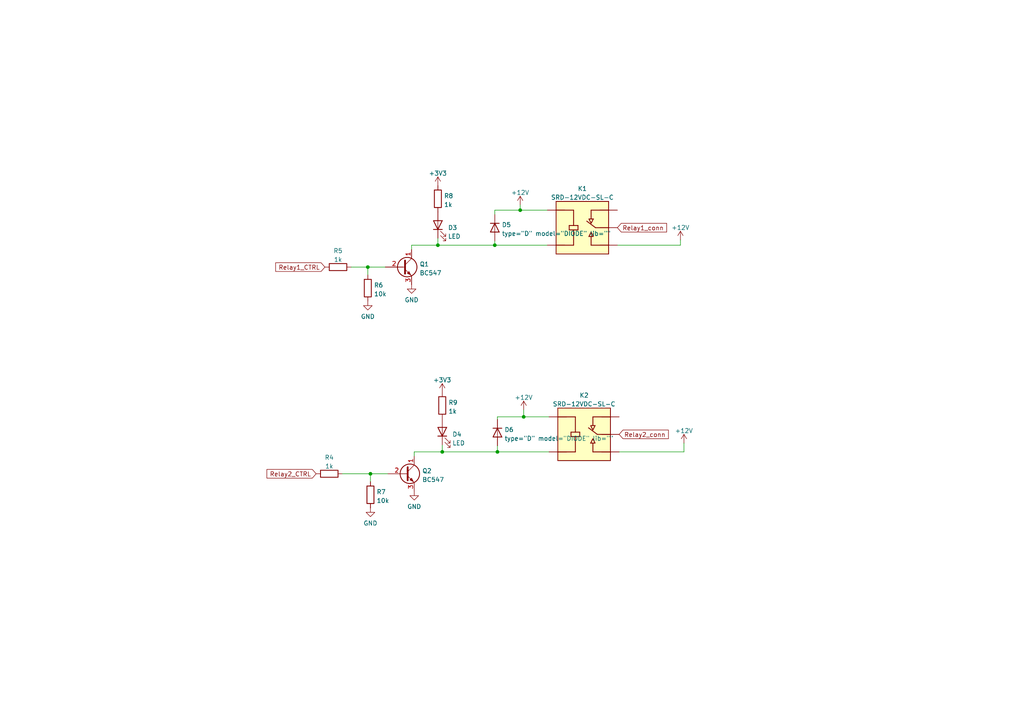
<source format=kicad_sch>
(kicad_sch (version 20211123) (generator eeschema)
  (paper "A4")
  (lib_symbols
    (symbol "Device:LED" (pin_numbers hide) (pin_names (offset 1.016) hide)
      (property "Reference" "D" (at 0 2.54 0))
      (property "Value" "LED" (at 0 -2.54 0))
      (symbol "LED_0_1"
        (polyline (pts (xy -1.27 -1.27) (xy -1.27 1.27)) (stroke (width 0.254)))
        (polyline (pts (xy -1.27 0) (xy 1.27 0)))
        (polyline (pts (xy 1.27 -1.27) (xy 1.27 1.27) (xy -1.27 0) (xy 1.27 -1.27)) (stroke (width 0.254)))
        (polyline (pts (xy -3.048 -0.762) (xy -4.572 -2.286) (xy -3.81 -2.286) (xy -4.572 -2.286) (xy -4.572 -1.524)))
        (polyline (pts (xy -1.778 -0.762) (xy -3.302 -2.286) (xy -2.54 -2.286) (xy -3.302 -2.286) (xy -3.302 -1.524)))
      )
      (symbol "LED_1_1"
        (pin passive line (at -3.81 0 0) (length 2.54) (name "K") (number "1"))
        (pin passive line (at 3.81 0 180) (length 2.54) (name "A") (number "2"))
      )
    )
    (symbol "Device:R" (pin_numbers hide) (pin_names (offset 0))
      (property "Reference" "R" (at 2.032 0 90))
      (property "Value" "R" (at 0 0 90))
      (symbol "R_0_1"
        (rectangle (start -1.016 -2.54) (end 1.016 2.54) (stroke (width 0.254)))
      )
      (symbol "R_1_1"
        (pin passive line (at 0 3.81 270) (length 1.27) (name "~") (number "1"))
        (pin passive line (at 0 -3.81 90) (length 1.27) (name "~") (number "2"))
      )
    )
    (symbol "SRD-12VDC-SL-C:SRD-12VDC-SL-C" (pin_numbers hide) (pin_names (offset 1.016) hide)
      (property "Reference" "K" (at -7.62 8.89 0))
      (property "Value" "SRD-12VDC-SL-C" (at -7.62 -10.16 0))
      (symbol "SRD-12VDC-SL-C_0_0"
        (rectangle (start -7.62 -7.62) (end 7.62 7.62) (stroke (width 0.254)) (fill (type background)))
        (polyline (pts (xy -7.62 -5.08) (xy -2.54 -5.08)) (stroke (width 0.254)))
        (polyline (pts (xy -7.62 5.08) (xy -2.54 5.08)) (stroke (width 0.254)))
        (polyline (pts (xy -3.81 -0.635) (xy -3.81 0.635)) (stroke (width 0.254)))
        (polyline (pts (xy -3.81 0.635) (xy -2.54 0.635)) (stroke (width 0.254)))
        (polyline (pts (xy -2.54 -0.635) (xy -3.81 -0.635)) (stroke (width 0.254)))
        (polyline (pts (xy -2.54 -0.635) (xy -2.54 -5.08)) (stroke (width 0.254)))
        (polyline (pts (xy -2.54 0.635) (xy -1.27 0.635)) (stroke (width 0.254)))
        (polyline (pts (xy -2.54 5.08) (xy -2.54 0.635)) (stroke (width 0.254)))
        (polyline (pts (xy -1.27 -0.635) (xy -2.54 -0.635)) (stroke (width 0.254)))
        (polyline (pts (xy -1.27 0.635) (xy -1.27 -0.635)) (stroke (width 0.254)))
        (polyline (pts (xy 2.54 -5.08) (xy 2.54 -2.54)) (stroke (width 0.254)))
        (polyline (pts (xy 2.54 5.08) (xy 2.54 2.54)) (stroke (width 0.254)))
        (polyline (pts (xy 2.54 5.08) (xy 7.62 5.08)) (stroke (width 0.254)))
        (polyline (pts (xy 3.81 0) (xy 1.27 1.905)) (stroke (width 0.254)))
        (polyline (pts (xy 7.62 -5.08) (xy 2.54 -5.08)) (stroke (width 0.254)))
        (polyline (pts (xy 7.62 0) (xy 3.81 0)) (stroke (width 0.254)))
        (polyline (pts (xy 1.905 -2.54) (xy 3.175 -2.54) (xy 2.54 -1.27) (xy 1.905 -2.54)) (stroke (width 0.254)) (fill (type background)))
        (polyline (pts (xy 3.175 2.54) (xy 1.905 2.54) (xy 2.54 1.27) (xy 3.175 2.54)) (stroke (width 0.254)) (fill (type background)))
        (pin passive line (at -10.16 5.08 0) (length 5.08) (name "~") (number "COIL1"))
        (pin passive line (at -10.16 -5.08 0) (length 5.08) (name "~") (number "COIL2"))
        (pin passive line (at 10.16 0 180) (length 5.08) (name "~") (number "COM"))
        (pin passive line (at 10.16 5.08 180) (length 5.08) (name "~") (number "NC"))
        (pin passive line (at 10.16 -5.08 180) (length 5.08) (name "~") (number "NO"))
      )
    )
    (symbol "Simulation_SPICE:DIODE" (pin_numbers hide) (pin_names (offset 1.016) hide)
      (property "Reference" "D" (at 0 2.54 0))
      (property "Value" "DIODE" (at 0 -2.54 0))
      (symbol "DIODE_0_1"
        (polyline (pts (xy 1.27 0) (xy -1.27 0)))
        (polyline (pts (xy 1.27 1.27) (xy 1.27 -1.27)) (stroke (width 0.254)))
        (polyline (pts (xy -1.27 -1.27) (xy -1.27 1.27) (xy 1.27 0) (xy -1.27 -1.27)) (stroke (width 0.254)))
      )
      (symbol "DIODE_1_1"
        (pin passive line (at -3.81 0 0) (length 2.54) (name "A") (number "1"))
        (pin passive line (at 3.81 0 180) (length 2.54) (name "K") (number "2"))
      )
    )
    (symbol "Transistor_BJT:BC547" (pin_names (offset 0) hide)
      (property "Reference" "Q" (at 5.08 1.905 0))
      (property "Value" "BC547" (at 5.08 0 0))
      (symbol "BC547_0_1"
        (polyline (pts (xy 0 0) (xy 0.635 0)))
        (polyline (pts (xy 0.635 0.635) (xy 2.54 2.54)))
        (polyline (pts (xy 0.635 -0.635) (xy 2.54 -2.54) (xy 2.54 -2.54)))
        (polyline (pts (xy 0.635 1.905) (xy 0.635 -1.905) (xy 0.635 -1.905)) (stroke (width 0.508)))
        (polyline (pts (xy 1.27 -1.778) (xy 1.778 -1.27) (xy 2.286 -2.286) (xy 1.27 -1.778) (xy 1.27 -1.778)) (fill (type outline)))
        (circle (center 1.27 0) (radius 2.8194) (stroke (width 0.254)))
      )
      (symbol "BC547_1_1"
        (pin passive line (at 2.54 5.08 270) (length 2.54) (name "C") (number "1"))
        (pin input line (at -5.08 0 0) (length 5.08) (name "B") (number "2"))
        (pin passive line (at 2.54 -5.08 90) (length 2.54) (name "E") (number "3"))
      )
    )
    (symbol "power:+12V" (power) (pin_names (offset 0))
      (property "Value" "+12V" (at 0 3.556 0))
      (symbol "+12V_0_1"
        (polyline (pts (xy -0.762 1.27) (xy 0 2.54)))
        (polyline (pts (xy 0 0) (xy 0 2.54)))
        (polyline (pts (xy 0 2.54) (xy 0.762 1.27)))
      )
      (symbol "+12V_1_1"
        (pin power_in line (at 0 0 90) (length 0) hide (name "+12V") (number "1"))
      )
    )
    (symbol "power:+3.3V" (power) (pin_names (offset 0))
      (property "Value" "+3.3V" (at 0 3.556 0))
      (symbol "+3.3V_0_1"
        (polyline (pts (xy -0.762 1.27) (xy 0 2.54)))
        (polyline (pts (xy 0 0) (xy 0 2.54)))
        (polyline (pts (xy 0 2.54) (xy 0.762 1.27)))
      )
      (symbol "+3.3V_1_1"
        (pin power_in line (at 0 0 90) (length 0) hide (name "+3V3") (number "1"))
      )
    )
    (symbol "power:GND" (power) (pin_names (offset 0))
      (property "Value" "GND" (at 0 -3.81 0))
      (symbol "GND_0_1"
        (polyline (pts (xy 0 0) (xy 0 -1.27) (xy 1.27 -1.27) (xy 0 -2.54) (xy -1.27 -1.27) (xy 0 -1.27)))
      )
      (symbol "GND_1_1"
        (pin power_in line (at 0 0 270) (length 0) hide (name "GND") (number "1"))
      )
    )
  )
  (junction (at 150.876 60.96))
  (junction (at 151.892 120.904))
  (junction (at 144.272 131.064))
  (junction (at 106.68 77.47))
  (junction (at 107.442 137.414))
  (junction (at 128.27 131.064))
  (junction (at 127 71.12))
  (junction (at 143.51 71.12))
  (wire (pts (xy 128.27 131.064) (xy 144.272 131.064)))
  (wire (pts (xy 198.374 128.524) (xy 198.374 131.064)))
  (wire (pts (xy 143.51 69.85) (xy 143.51 71.12)))
  (wire (pts (xy 151.892 120.904) (xy 144.272 120.904)))
  (wire (pts (xy 143.51 71.12) (xy 158.75 71.12)))
  (wire (pts (xy 99.314 137.414) (xy 107.442 137.414)))
  (wire (pts (xy 106.68 77.47) (xy 111.76 77.47)))
  (wire (pts (xy 150.876 60.96) (xy 158.75 60.96)))
  (wire (pts (xy 144.272 131.064) (xy 159.258 131.064)))
  (wire (pts (xy 120.142 131.064) (xy 120.142 132.334)))
  (wire (pts (xy 119.38 71.12) (xy 119.38 72.39)))
  (wire (pts (xy 127 71.12) (xy 143.51 71.12)))
  (wire (pts (xy 198.374 131.064) (xy 179.578 131.064)))
  (wire (pts (xy 159.258 120.904) (xy 151.892 120.904)))
  (wire (pts (xy 179.07 71.12) (xy 197.358 71.12)))
  (wire (pts (xy 101.854 77.47) (xy 106.68 77.47)))
  (wire (pts (xy 197.358 71.12) (xy 197.358 69.596)))
  (wire (pts (xy 144.272 120.904) (xy 144.272 121.666)))
  (wire (pts (xy 127 69.088) (xy 127 71.12)))
  (wire (pts (xy 119.38 71.12) (xy 127 71.12)))
  (wire (pts (xy 151.892 118.872) (xy 151.892 120.904)))
  (wire (pts (xy 120.142 131.064) (xy 128.27 131.064)))
  (wire (pts (xy 144.272 129.286) (xy 144.272 131.064)))
  (wire (pts (xy 107.442 137.414) (xy 112.522 137.414)))
  (wire (pts (xy 106.68 77.47) (xy 106.68 79.756)))
  (wire (pts (xy 128.27 129.032) (xy 128.27 131.064)))
  (wire (pts (xy 143.51 62.23) (xy 143.51 60.96)))
  (wire (pts (xy 143.51 60.96) (xy 150.876 60.96)))
  (wire (pts (xy 107.442 137.414) (xy 107.442 139.7)))
  (wire (pts (xy 150.876 59.436) (xy 150.876 60.96)))
  (global_label "Relay1_conn" (shape input) (at 179.07 66.04 0) (property "Intersheet References" "${INTERSHEET_REFS}" (effects hide)))
  (global_label "Relay2_conn" (shape input) (at 179.578 125.984 0) (property "Intersheet References" "${INTERSHEET_REFS}" (effects hide)))
  (global_label "Relay1_CTRL" (shape input) (at 94.234 77.47 180) (property "Intersheet References" "${INTERSHEET_REFS}" (effects hide)))
  (global_label "Relay2_CTRL" (shape input) (at 91.694 137.414 180) (property "Intersheet References" "${INTERSHEET_REFS}" (effects hide)))
  (symbol (lib_id "Transistor_BJT:BC547") (at 117.602 137.414 0) (unit 1)
    (property "Reference" "Q2" (at 122.4534 136.5793 0) (effects (justify left)))
    (property "Value" "BC547" (at 122.4534 139.1162 0) (effects (justify left)))
    (property "Footprint" "Package_TO_SOT_THT:TO-92_Inline" (effects hide))
    (property "Datasheet" "https://www.onsemi.com/pub/Collateral/BC550-D.pdf" (effects hide))
  )
  (symbol (lib_id "Device:R") (at 107.442 143.51 0) (unit 1)
    (property "Reference" "R7" (at 109.22 142.6753 0) (effects (justify left)))
    (property "Value" "10k" (at 109.22 145.2122 0) (effects (justify left)))
    (property "Footprint" "Resistor_SMD:R_0805_2012Metric" (effects hide))
  )
  (symbol (lib_id "Transistor_BJT:BC547") (at 116.84 77.47 0) (unit 1)
    (property "Reference" "Q1" (at 121.6914 76.6353 0) (effects (justify left)))
    (property "Value" "BC547" (at 121.6914 79.1722 0) (effects (justify left)))
    (property "Footprint" "Package_TO_SOT_THT:TO-92_Inline" (effects hide))
    (property "Datasheet" "https://www.onsemi.com/pub/Collateral/BC550-D.pdf" (effects hide))
  )
  (symbol (lib_id "power:GND") (at 106.68 87.376 0) (unit 1)
    (property "Reference" "#PWR027" (effects hide))
    (property "Value" "GND" (at 106.68 91.8194 0))
  )
  (symbol (lib_id "SRD-12VDC-SL-C:SRD-12VDC-SL-C") (at 169.418 125.984 0) (unit 1)
    (property "Reference" "K2" (at 169.418 114.6642 0))
    (property "Value" "SRD-12VDC-SL-C" (at 169.418 117.2011 0))
    (property "Footprint" "SRD-12VDC-SL-C:RELAY_SRD-12VDC-SL-C" (effects hide))
    (property "STANDARD" "IPC 7351B" (effects hide))
    (property "PARTREV" "1.0" (effects hide))
    (property "MAXIMUM_PACKAGE_HEIGHT" "15.8 mm" (effects hide))
    (property "MANUFACTURER" "Songle Relay" (effects hide))
  )
  (symbol (lib_id "Device:LED") (at 128.27 125.222 90) (unit 1)
    (property "Reference" "D4" (at 131.191 125.9748 90) (effects (justify right)))
    (property "Value" "LED" (at 131.191 128.5117 90) (effects (justify right)))
    (property "Footprint" "LED_SMD:LED_0805_2012Metric" (effects hide))
  )
  (symbol (lib_id "power:+12V") (at 150.876 59.436 0) (unit 1)
    (property "Reference" "#PWR033" (effects hide))
    (property "Value" "+12V" (at 150.876 55.8602 0))
  )
  (symbol (lib_id "power:+3.3V") (at 128.27 113.792 0) (unit 1)
    (property "Reference" "#PWR032" (effects hide))
    (property "Value" "+3.3V" (at 128.27 110.2162 0))
  )
  (symbol (lib_id "Device:R") (at 128.27 117.602 0) (unit 1)
    (property "Reference" "R9" (at 130.048 116.7673 0) (effects (justify left)))
    (property "Value" "1k" (at 130.048 119.3042 0) (effects (justify left)))
    (property "Footprint" "Resistor_SMD:R_0805_2012Metric" (effects hide))
  )
  (symbol (lib_id "power:+12V") (at 198.374 128.524 0) (unit 1)
    (property "Reference" "#PWR036" (effects hide))
    (property "Value" "+12V" (at 198.374 124.9482 0))
  )
  (symbol (lib_id "SRD-12VDC-SL-C:SRD-12VDC-SL-C") (at 168.91 66.04 0) (unit 1)
    (property "Reference" "K1" (at 168.91 54.7202 0))
    (property "Value" "SRD-12VDC-SL-C" (at 168.91 57.2571 0))
    (property "Footprint" "SRD-12VDC-SL-C:RELAY_SRD-12VDC-SL-C" (effects hide))
    (property "STANDARD" "IPC 7351B" (effects hide))
    (property "PARTREV" "1.0" (effects hide))
    (property "MAXIMUM_PACKAGE_HEIGHT" "15.8 mm" (effects hide))
    (property "MANUFACTURER" "Songle Relay" (effects hide))
  )
  (symbol (lib_id "Device:R") (at 95.504 137.414 90) (unit 1)
    (property "Reference" "R4" (at 95.504 132.6982 90))
    (property "Value" "1k" (at 95.504 135.2351 90))
    (property "Footprint" "Resistor_SMD:R_0805_2012Metric" (effects hide))
  )
  (symbol (lib_id "power:+12V") (at 151.892 118.872 0) (unit 1)
    (property "Reference" "#PWR034" (effects hide))
    (property "Value" "+12V" (at 151.892 115.2962 0))
  )
  (symbol (lib_id "power:+12V") (at 197.358 69.596 0) (mirror y) (unit 1)
    (property "Reference" "#PWR035" (effects hide))
    (property "Value" "+12V" (at 197.358 66.0202 0))
  )
  (symbol (lib_id "power:GND") (at 107.442 147.32 0) (unit 1)
    (property "Reference" "#PWR028" (effects hide))
    (property "Value" "GND" (at 107.442 151.7634 0))
  )
  (symbol (lib_id "power:GND") (at 119.38 82.55 0) (unit 1)
    (property "Reference" "#PWR029" (effects hide))
    (property "Value" "GND" (at 119.38 86.9934 0))
  )
  (symbol (lib_id "Device:R") (at 98.044 77.47 90) (unit 1)
    (property "Reference" "R5" (at 98.044 72.7542 90))
    (property "Value" "1k" (at 98.044 75.2911 90))
    (property "Footprint" "Resistor_SMD:R_0805_2012Metric" (effects hide))
  )
  (symbol (lib_id "Simulation_SPICE:DIODE") (at 144.272 125.476 90) (unit 1)
    (property "Reference" "D6" (at 146.304 124.6413 90) (effects (justify right)))
    (property "Value" "DIODE" (at 146.304 127.1782 90) (effects (justify right)))
    (property "Footprint" "Diode_SMD:D_0805_2012Metric" (effects hide))
    (property "Spice_Netlist_Enabled" "Y" (effects hide))
    (property "Spice_Primitive" "D" (effects hide))
  )
  (symbol (lib_id "power:+3.3V") (at 127 53.848 0) (unit 1)
    (property "Reference" "#PWR031" (effects hide))
    (property "Value" "+3.3V" (at 127 50.2722 0))
  )
  (symbol (lib_id "Device:R") (at 106.68 83.566 0) (unit 1)
    (property "Reference" "R6" (at 108.458 82.7313 0) (effects (justify left)))
    (property "Value" "10k" (at 108.458 85.2682 0) (effects (justify left)))
    (property "Footprint" "Resistor_SMD:R_0805_2012Metric" (effects hide))
  )
  (symbol (lib_id "power:GND") (at 120.142 142.494 0) (unit 1)
    (property "Reference" "#PWR030" (effects hide))
    (property "Value" "GND" (at 120.142 146.9374 0))
  )
  (symbol (lib_id "Device:LED") (at 127 65.278 90) (unit 1)
    (property "Reference" "D3" (at 129.921 66.0308 90) (effects (justify right)))
    (property "Value" "LED" (at 129.921 68.5677 90) (effects (justify right)))
    (property "Footprint" "LED_SMD:LED_0805_2012Metric" (effects hide))
  )
  (symbol (lib_id "Simulation_SPICE:DIODE") (at 143.51 66.04 90) (unit 1)
    (property "Reference" "D5" (at 145.542 65.2053 90) (effects (justify right)))
    (property "Value" "DIODE" (at 145.542 67.7422 90) (effects (justify right)))
    (property "Footprint" "Diode_SMD:D_0805_2012Metric" (effects hide))
    (property "Spice_Netlist_Enabled" "Y" (effects hide))
    (property "Spice_Primitive" "D" (effects hide))
  )
  (symbol (lib_id "Device:R") (at 127 57.658 0) (unit 1)
    (property "Reference" "R8" (at 128.778 56.8233 0) (effects (justify left)))
    (property "Value" "1k" (at 128.778 59.3602 0) (effects (justify left)))
    (property "Footprint" "Resistor_SMD:R_0805_2012Metric" (effects hide))
  )
)
</source>
